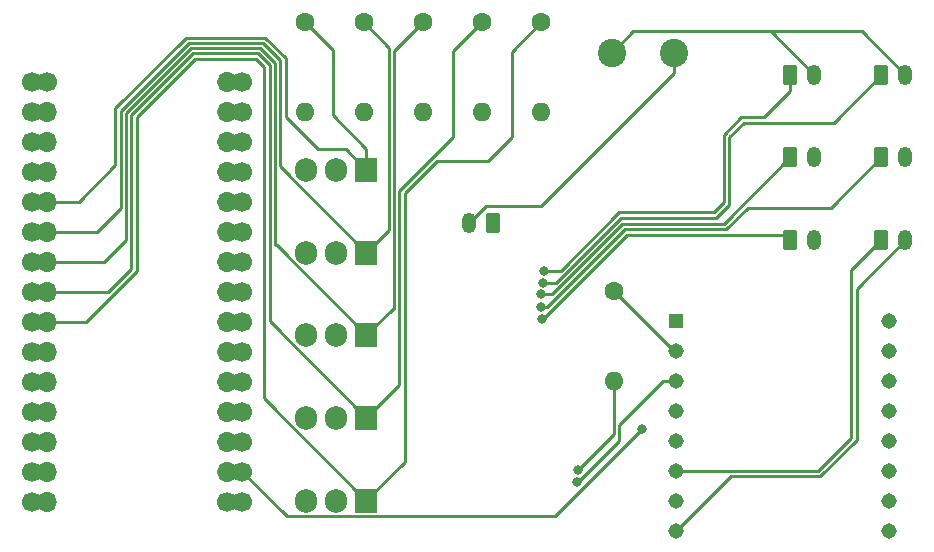
<source format=gbr>
%TF.GenerationSoftware,KiCad,Pcbnew,(6.0.6)*%
%TF.CreationDate,2022-06-23T13:36:09-07:00*%
%TF.ProjectId,KnightPCB,4b6e6967-6874-4504-9342-2e6b69636164,rev?*%
%TF.SameCoordinates,Original*%
%TF.FileFunction,Copper,L2,Bot*%
%TF.FilePolarity,Positive*%
%FSLAX46Y46*%
G04 Gerber Fmt 4.6, Leading zero omitted, Abs format (unit mm)*
G04 Created by KiCad (PCBNEW (6.0.6)) date 2022-06-23 13:36:09*
%MOMM*%
%LPD*%
G01*
G04 APERTURE LIST*
G04 Aperture macros list*
%AMRoundRect*
0 Rectangle with rounded corners*
0 $1 Rounding radius*
0 $2 $3 $4 $5 $6 $7 $8 $9 X,Y pos of 4 corners*
0 Add a 4 corners polygon primitive as box body*
4,1,4,$2,$3,$4,$5,$6,$7,$8,$9,$2,$3,0*
0 Add four circle primitives for the rounded corners*
1,1,$1+$1,$2,$3*
1,1,$1+$1,$4,$5*
1,1,$1+$1,$6,$7*
1,1,$1+$1,$8,$9*
0 Add four rect primitives between the rounded corners*
20,1,$1+$1,$2,$3,$4,$5,0*
20,1,$1+$1,$4,$5,$6,$7,0*
20,1,$1+$1,$6,$7,$8,$9,0*
20,1,$1+$1,$8,$9,$2,$3,0*%
G04 Aperture macros list end*
%TA.AperFunction,ComponentPad*%
%ADD10RoundRect,0.250000X-0.350000X-0.625000X0.350000X-0.625000X0.350000X0.625000X-0.350000X0.625000X0*%
%TD*%
%TA.AperFunction,ComponentPad*%
%ADD11O,1.200000X1.750000*%
%TD*%
%TA.AperFunction,ComponentPad*%
%ADD12C,1.600000*%
%TD*%
%TA.AperFunction,ComponentPad*%
%ADD13O,1.600000X1.600000*%
%TD*%
%TA.AperFunction,ComponentPad*%
%ADD14R,1.308000X1.308000*%
%TD*%
%TA.AperFunction,ComponentPad*%
%ADD15C,1.308000*%
%TD*%
%TA.AperFunction,ComponentPad*%
%ADD16R,1.905000X2.000000*%
%TD*%
%TA.AperFunction,ComponentPad*%
%ADD17O,1.905000X2.000000*%
%TD*%
%TA.AperFunction,ComponentPad*%
%ADD18C,2.400000*%
%TD*%
%TA.AperFunction,ComponentPad*%
%ADD19C,1.700000*%
%TD*%
%TA.AperFunction,ComponentPad*%
%ADD20O,1.700000X1.700000*%
%TD*%
%TA.AperFunction,ComponentPad*%
%ADD21RoundRect,0.250000X0.350000X0.625000X-0.350000X0.625000X-0.350000X-0.625000X0.350000X-0.625000X0*%
%TD*%
%TA.AperFunction,ViaPad*%
%ADD22C,0.800000*%
%TD*%
%TA.AperFunction,Conductor*%
%ADD23C,0.250000*%
%TD*%
G04 APERTURE END LIST*
D10*
%TO.P,J6,1,Pin_1*%
%TO.N,Net-(J6-Pad1)*%
X130400000Y-55050000D03*
D11*
%TO.P,J6,2,Pin_2*%
%TO.N,Net-(J6-Pad2)*%
X132400000Y-55050000D03*
%TD*%
D10*
%TO.P,J5,1,Pin_1*%
%TO.N,Net-(J5-Pad1)*%
X122700000Y-41050000D03*
D11*
%TO.P,J5,2,Pin_2*%
%TO.N,Net-(A1-Pad15)*%
X124700000Y-41050000D03*
%TD*%
%TO.P,J4,2,Pin_2*%
%TO.N,Net-(A1-Pad15)*%
X132400000Y-41050000D03*
D10*
%TO.P,J4,1,Pin_1*%
%TO.N,Net-(J4-Pad1)*%
X130400000Y-41050000D03*
%TD*%
%TO.P,J3,1,Pin_1*%
%TO.N,Net-(J3-Pad1)*%
X122700000Y-48050000D03*
D11*
%TO.P,J3,2,Pin_2*%
%TO.N,Net-(A1-Pad15)*%
X124700000Y-48050000D03*
%TD*%
%TO.P,J2,2,Pin_2*%
%TO.N,Net-(A1-Pad15)*%
X132400000Y-48050000D03*
D10*
%TO.P,J2,1,Pin_1*%
%TO.N,Net-(J2-Pad1)*%
X130400000Y-48050000D03*
%TD*%
%TO.P,J1,1,Pin_1*%
%TO.N,Net-(J1-Pad1)*%
X122700000Y-55050000D03*
D11*
%TO.P,J1,2,Pin_2*%
%TO.N,Net-(A1-Pad15)*%
X124700000Y-55050000D03*
%TD*%
D12*
%TO.P,R10,1*%
%TO.N,Net-(R10-Pad1)*%
X107750000Y-59380000D03*
D13*
%TO.P,R10,2*%
%TO.N,Net-(A1-Pad16)*%
X107750000Y-67000000D03*
%TD*%
D12*
%TO.P,R2,1*%
%TO.N,Net-(A1-Pad23)*%
X96567500Y-36615000D03*
D13*
%TO.P,R2,2*%
%TO.N,GND*%
X96567500Y-44235000D03*
%TD*%
D14*
%TO.P,U1,1,VCC*%
%TO.N,Net-(A1-Pad2)*%
X113015500Y-61910000D03*
D15*
%TO.P,U1,2,RX*%
%TO.N,Net-(R10-Pad1)*%
X113015500Y-64450000D03*
%TO.P,U1,3,TX*%
%TO.N,Net-(A1-Pad17)*%
X113015500Y-66990000D03*
%TO.P,U1,4,DAC_R*%
%TO.N,unconnected-(U1-Pad4)*%
X113015500Y-69530000D03*
%TO.P,U1,5,DAC_L*%
%TO.N,unconnected-(U1-Pad5)*%
X113015500Y-72070000D03*
%TO.P,U1,6,SPK1*%
%TO.N,Net-(J6-Pad1)*%
X113015500Y-74610000D03*
%TO.P,U1,7,GND*%
%TO.N,GND*%
X113015500Y-77150000D03*
%TO.P,U1,8,SPK2*%
%TO.N,Net-(J6-Pad2)*%
X113015500Y-79690000D03*
%TO.P,U1,9,IO1*%
%TO.N,unconnected-(U1-Pad9)*%
X131049500Y-79690000D03*
%TO.P,U1,10,GND*%
%TO.N,GND*%
X131049500Y-77150000D03*
%TO.P,U1,11,IO2*%
%TO.N,unconnected-(U1-Pad11)*%
X131049500Y-74610000D03*
%TO.P,U1,12,ADKEY1*%
%TO.N,unconnected-(U1-Pad12)*%
X131049500Y-72070000D03*
%TO.P,U1,13,ADKEY2*%
%TO.N,unconnected-(U1-Pad13)*%
X131049500Y-69530000D03*
%TO.P,U1,14,USB+*%
%TO.N,unconnected-(U1-Pad14)*%
X131049500Y-66990000D03*
%TO.P,U1,15,USB-*%
%TO.N,unconnected-(U1-Pad15)*%
X131049500Y-64450000D03*
%TO.P,U1,16,BUSY*%
%TO.N,unconnected-(U1-Pad16)*%
X131049500Y-61910000D03*
%TD*%
D16*
%TO.P,Q1,1,G*%
%TO.N,Net-(A1-Pad24)*%
X86800000Y-77105000D03*
D17*
%TO.P,Q1,2,D*%
%TO.N,Net-(J1-Pad1)*%
X84260000Y-77105000D03*
%TO.P,Q1,3,S*%
%TO.N,GND*%
X81720000Y-77105000D03*
%TD*%
D12*
%TO.P,R3,1*%
%TO.N,Net-(A1-Pad22)*%
X91567500Y-36615000D03*
D13*
%TO.P,R3,2*%
%TO.N,GND*%
X91567500Y-44235000D03*
%TD*%
D12*
%TO.P,R4,1*%
%TO.N,Net-(A1-Pad21)*%
X86567500Y-36615000D03*
D13*
%TO.P,R4,2*%
%TO.N,GND*%
X86567500Y-44235000D03*
%TD*%
D12*
%TO.P,R5,1*%
%TO.N,Net-(A1-Pad20)*%
X81567500Y-36615000D03*
D13*
%TO.P,R5,2*%
%TO.N,GND*%
X81567500Y-44235000D03*
%TD*%
D16*
%TO.P,Q5,1,G*%
%TO.N,Net-(A1-Pad20)*%
X86800000Y-49105000D03*
D17*
%TO.P,Q5,2,D*%
%TO.N,Net-(J5-Pad1)*%
X84260000Y-49105000D03*
%TO.P,Q5,3,S*%
%TO.N,GND*%
X81720000Y-49105000D03*
%TD*%
D16*
%TO.P,Q3,1,G*%
%TO.N,Net-(A1-Pad22)*%
X86800000Y-63105000D03*
D17*
%TO.P,Q3,2,D*%
%TO.N,Net-(J3-Pad1)*%
X84260000Y-63105000D03*
%TO.P,Q3,3,S*%
%TO.N,GND*%
X81720000Y-63105000D03*
%TD*%
D12*
%TO.P,R1,1*%
%TO.N,Net-(A1-Pad24)*%
X101567500Y-36615000D03*
D13*
%TO.P,R1,2*%
%TO.N,GND*%
X101567500Y-44235000D03*
%TD*%
D18*
%TO.P,SW1,1,A*%
%TO.N,+12V*%
X112850000Y-39200000D03*
%TO.P,SW1,2,B*%
%TO.N,Net-(A1-Pad15)*%
X107550000Y-39200000D03*
%TD*%
D19*
%TO.P,A1,1,D13~*%
%TO.N,unconnected-(A1-Pad1)*%
X76290000Y-77205000D03*
X75020000Y-77205000D03*
D20*
%TO.P,A1,2,+3V3*%
%TO.N,Net-(A1-Pad2)*%
X75020000Y-74665000D03*
D19*
X76290000Y-74665000D03*
D20*
%TO.P,A1,3,AREF*%
%TO.N,unconnected-(A1-Pad3)*%
X75020000Y-72125000D03*
D19*
X76290000Y-72125000D03*
D20*
%TO.P,A1,4,A0*%
%TO.N,unconnected-(A1-Pad4)*%
X75020000Y-69585000D03*
D19*
X76290000Y-69585000D03*
D20*
%TO.P,A1,5,A1*%
%TO.N,unconnected-(A1-Pad5)*%
X75020000Y-67045000D03*
D19*
X76290000Y-67045000D03*
D20*
%TO.P,A1,6,A2*%
%TO.N,unconnected-(A1-Pad6)*%
X75020000Y-64505000D03*
D19*
X76290000Y-64505000D03*
D20*
%TO.P,A1,7,A3*%
%TO.N,unconnected-(A1-Pad7)*%
X75020000Y-61965000D03*
D19*
X76290000Y-61965000D03*
D20*
%TO.P,A1,8,A4*%
%TO.N,unconnected-(A1-Pad8)*%
X75020000Y-59425000D03*
D19*
X76290000Y-59425000D03*
%TO.P,A1,9,A5*%
%TO.N,unconnected-(A1-Pad9)*%
X76290000Y-56885000D03*
D20*
X75020000Y-56885000D03*
%TO.P,A1,10,A6*%
%TO.N,unconnected-(A1-Pad10)*%
X75020000Y-54345000D03*
D19*
X76290000Y-54345000D03*
D20*
%TO.P,A1,11,A7*%
%TO.N,unconnected-(A1-Pad11)*%
X75020000Y-51805000D03*
D19*
X76290000Y-51805000D03*
%TO.P,A1,12,+5V*%
%TO.N,unconnected-(A1-Pad12)*%
X76290000Y-49265000D03*
D20*
X75020000Y-49265000D03*
%TO.P,A1,13,RESET*%
%TO.N,unconnected-(A1-Pad13)*%
X75020000Y-46725000D03*
D19*
X76290000Y-46725000D03*
D20*
%TO.P,A1,14,GND*%
%TO.N,GND*%
X75020000Y-44185000D03*
D19*
X76290000Y-44185000D03*
%TO.P,A1,15,VIN*%
%TO.N,Net-(A1-Pad15)*%
X76290000Y-41645000D03*
D20*
X75020000Y-41645000D03*
D19*
%TO.P,A1,16,TX*%
%TO.N,Net-(A1-Pad16)*%
X58510000Y-41645000D03*
X59780000Y-41645000D03*
%TO.P,A1,17,RX*%
%TO.N,Net-(A1-Pad17)*%
X58510000Y-44185000D03*
D20*
X59780000Y-44185000D03*
D19*
%TO.P,A1,18,RESET*%
%TO.N,unconnected-(A1-Pad18)*%
X58510000Y-46725000D03*
D20*
X59780000Y-46725000D03*
D19*
%TO.P,A1,19,GND*%
%TO.N,GND*%
X58510000Y-49265000D03*
D20*
X59780000Y-49265000D03*
D19*
%TO.P,A1,20,~D2*%
%TO.N,Net-(A1-Pad20)*%
X58510000Y-51805000D03*
D20*
X59780000Y-51805000D03*
D19*
%TO.P,A1,21,~D3*%
%TO.N,Net-(A1-Pad21)*%
X58510000Y-54345000D03*
D20*
X59780000Y-54345000D03*
%TO.P,A1,22,~D4*%
%TO.N,Net-(A1-Pad22)*%
X59780000Y-56885000D03*
D19*
X58510000Y-56885000D03*
%TO.P,A1,23,~D5*%
%TO.N,Net-(A1-Pad23)*%
X58510000Y-59425000D03*
D20*
X59780000Y-59425000D03*
%TO.P,A1,24,~D6*%
%TO.N,Net-(A1-Pad24)*%
X59780000Y-61965000D03*
D19*
X58510000Y-61965000D03*
%TO.P,A1,25,~D7*%
%TO.N,unconnected-(A1-Pad25)*%
X58510000Y-64505000D03*
D20*
X59780000Y-64505000D03*
D19*
%TO.P,A1,26,~D8*%
%TO.N,unconnected-(A1-Pad26)*%
X58510000Y-67045000D03*
D20*
X59780000Y-67045000D03*
%TO.P,A1,27,~D9*%
%TO.N,unconnected-(A1-Pad27)*%
X59780000Y-69585000D03*
D19*
X58510000Y-69585000D03*
%TO.P,A1,28,~D10*%
%TO.N,unconnected-(A1-Pad28)*%
X58510000Y-72125000D03*
D20*
X59780000Y-72125000D03*
D19*
%TO.P,A1,29,CIPI*%
%TO.N,unconnected-(A1-Pad29)*%
X58510000Y-74665000D03*
D20*
X59780000Y-74665000D03*
%TO.P,A1,30,CIPO*%
%TO.N,unconnected-(A1-Pad30)*%
X59780000Y-77205000D03*
D19*
X58510000Y-77205000D03*
%TD*%
D16*
%TO.P,Q4,1,G*%
%TO.N,Net-(A1-Pad21)*%
X86800000Y-56105000D03*
D17*
%TO.P,Q4,2,D*%
%TO.N,Net-(J4-Pad1)*%
X84260000Y-56105000D03*
%TO.P,Q4,3,S*%
%TO.N,GND*%
X81720000Y-56105000D03*
%TD*%
D16*
%TO.P,Q2,1,G*%
%TO.N,Net-(A1-Pad23)*%
X86800000Y-70105000D03*
D17*
%TO.P,Q2,2,D*%
%TO.N,Net-(J2-Pad1)*%
X84260000Y-70105000D03*
%TO.P,Q2,3,S*%
%TO.N,GND*%
X81720000Y-70105000D03*
%TD*%
D21*
%TO.P,J0+12v1,1,Pin_1*%
%TO.N,GND*%
X97500000Y-53600000D03*
D11*
%TO.P,J0+12v1,2,Pin_2*%
%TO.N,+12V*%
X95500000Y-53600000D03*
%TD*%
D22*
%TO.N,Net-(J3-Pad1)*%
X101550000Y-59650000D03*
%TO.N,Net-(J1-Pad1)*%
X101682098Y-61690735D03*
%TO.N,Net-(J2-Pad1)*%
X101550000Y-60700000D03*
%TO.N,Net-(J4-Pad1)*%
X101781232Y-58647134D03*
%TO.N,Net-(J5-Pad1)*%
X101850000Y-57650000D03*
%TO.N,Net-(A1-Pad2)*%
X110150000Y-71050000D03*
%TO.N,Net-(A1-Pad16)*%
X104700000Y-74500000D03*
%TO.N,Net-(A1-Pad17)*%
X104659064Y-75515535D03*
%TD*%
D23*
%TO.N,Net-(J3-Pad1)*%
X117050000Y-53700000D02*
X122700000Y-48050000D01*
X102522792Y-59650000D02*
X108472792Y-53700000D01*
X101550000Y-59650000D02*
X102522792Y-59650000D01*
X108472792Y-53700000D02*
X117050000Y-53700000D01*
%TO.N,Net-(J1-Pad1)*%
X101682098Y-61690735D02*
X101754849Y-61690735D01*
X101754849Y-61690735D02*
X108845584Y-54600000D01*
X108845584Y-54600000D02*
X122250000Y-54600000D01*
X122250000Y-54600000D02*
X122700000Y-55050000D01*
%TO.N,Net-(J4-Pad1)*%
X117500000Y-46336396D02*
X118736396Y-45100000D01*
X118736396Y-45100000D02*
X126350000Y-45100000D01*
X117500000Y-52036396D02*
X117500000Y-46336396D01*
X116386396Y-53150000D02*
X117500000Y-52036396D01*
X126350000Y-45100000D02*
X130400000Y-41050000D01*
X102889262Y-58647134D02*
X108386396Y-53150000D01*
X101781232Y-58647134D02*
X102889262Y-58647134D01*
X108386396Y-53150000D02*
X116386396Y-53150000D01*
%TO.N,Net-(J5-Pad1)*%
X116200000Y-52700000D02*
X117050000Y-51850000D01*
X116000000Y-52700000D02*
X116200000Y-52700000D01*
%TO.N,Net-(J2-Pad1)*%
X119093198Y-52293198D02*
X126156802Y-52293198D01*
X117236396Y-54150000D02*
X119093198Y-52293198D01*
X108659188Y-54150000D02*
X117236396Y-54150000D01*
X101550000Y-60700000D02*
X102109188Y-60700000D01*
X126156802Y-52293198D02*
X130400000Y-48050000D01*
X102109188Y-60700000D02*
X108659188Y-54150000D01*
%TO.N,Net-(J5-Pad1)*%
X122700000Y-42450000D02*
X122700000Y-41050000D01*
X120500000Y-44650000D02*
X122700000Y-42450000D01*
X117050000Y-46150000D02*
X118550000Y-44650000D01*
X117050000Y-51850000D02*
X117050000Y-46150000D01*
X108200000Y-52700000D02*
X116000000Y-52700000D01*
X103250000Y-57650000D02*
X108200000Y-52700000D01*
X101850000Y-57650000D02*
X103250000Y-57650000D01*
X118550000Y-44650000D02*
X120500000Y-44650000D01*
%TO.N,Net-(A1-Pad15)*%
X128730714Y-37380714D02*
X109369286Y-37380714D01*
X132400000Y-41050000D02*
X128730714Y-37380714D01*
X121030714Y-37380714D02*
X109369286Y-37380714D01*
X124700000Y-41050000D02*
X121030714Y-37380714D01*
X107550000Y-39200000D02*
X109369286Y-37380714D01*
%TO.N,Net-(J6-Pad2)*%
X128300000Y-59150000D02*
X132400000Y-55050000D01*
X128300000Y-71986396D02*
X128300000Y-59150000D01*
X117645500Y-75060000D02*
X125226396Y-75060000D01*
X125226396Y-75060000D02*
X128300000Y-71986396D01*
X113015500Y-79690000D02*
X117645500Y-75060000D01*
%TO.N,Net-(J6-Pad1)*%
X127850000Y-57600000D02*
X130400000Y-55050000D01*
X127850000Y-71800000D02*
X127850000Y-57600000D01*
X125040000Y-74610000D02*
X127850000Y-71800000D01*
X113015500Y-74610000D02*
X125040000Y-74610000D01*
%TO.N,Net-(A1-Pad2)*%
X88350000Y-78450000D02*
X102750000Y-78450000D01*
X76290000Y-74665000D02*
X80075000Y-78450000D01*
X102750000Y-78450000D02*
X110150000Y-71050000D01*
X80075000Y-78450000D02*
X88350000Y-78450000D01*
%TO.N,Net-(A1-Pad16)*%
X107750000Y-71450000D02*
X107750000Y-67000000D01*
X104700000Y-74500000D02*
X107750000Y-71450000D01*
%TO.N,+12V*%
X96907890Y-52192110D02*
X95500000Y-53600000D01*
X112850000Y-39200000D02*
X112850000Y-40897056D01*
X101554946Y-52192110D02*
X96907890Y-52192110D01*
X112850000Y-40897056D02*
X101554946Y-52192110D01*
%TO.N,Net-(A1-Pad23)*%
X78600000Y-61905000D02*
X78600000Y-40213604D01*
X94150000Y-39032500D02*
X96567500Y-36615000D01*
X72113604Y-39250000D02*
X66900000Y-44463604D01*
X64938604Y-59425000D02*
X59780000Y-59425000D01*
X66900000Y-57463604D02*
X64938604Y-59425000D01*
X77636396Y-39250000D02*
X72113604Y-39250000D01*
X66900000Y-44463604D02*
X66900000Y-57463604D01*
X94150000Y-46313604D02*
X94150000Y-39032500D01*
X86800000Y-70105000D02*
X89600000Y-67305000D01*
X86800000Y-70105000D02*
X78600000Y-61905000D01*
X89600000Y-67305000D02*
X89600000Y-50863604D01*
X89600000Y-50863604D02*
X94150000Y-46313604D01*
X78600000Y-40213604D02*
X77636396Y-39250000D01*
%TO.N,Net-(A1-Pad22)*%
X89100000Y-60850000D02*
X89150000Y-60800000D01*
X89150000Y-60800000D02*
X89150000Y-39032500D01*
X86800000Y-63105000D02*
X86800000Y-63057500D01*
X77822792Y-38800000D02*
X71927208Y-38800000D01*
X89150000Y-39032500D02*
X91567500Y-36615000D01*
X86800000Y-63105000D02*
X89055000Y-60850000D01*
X79242500Y-55500000D02*
X79100000Y-55500000D01*
X64615000Y-56885000D02*
X59780000Y-56885000D01*
X71927208Y-38800000D02*
X66450000Y-44277208D01*
X66450000Y-55050000D02*
X64615000Y-56885000D01*
X86800000Y-63057500D02*
X79242500Y-55500000D01*
X79050000Y-55450000D02*
X79050000Y-40027208D01*
X89055000Y-60850000D02*
X89100000Y-60850000D01*
X79100000Y-55500000D02*
X79050000Y-55450000D01*
X66450000Y-44277208D02*
X66450000Y-55050000D01*
X79050000Y-40027208D02*
X77822792Y-38800000D01*
%TO.N,Net-(A1-Pad21)*%
X88700000Y-54205000D02*
X88700000Y-38747500D01*
X79500000Y-39840812D02*
X78009188Y-38350000D01*
X63955000Y-54345000D02*
X59780000Y-54345000D01*
X66000000Y-52300000D02*
X63955000Y-54345000D01*
X86800000Y-56105000D02*
X79500000Y-48805000D01*
X78009188Y-38350000D02*
X71740812Y-38350000D01*
X79500000Y-48805000D02*
X79500000Y-39840812D01*
X71740812Y-38350000D02*
X66000000Y-44090812D01*
X88700000Y-38747500D02*
X86567500Y-36615000D01*
X86800000Y-56105000D02*
X88700000Y-54205000D01*
X66000000Y-44090812D02*
X66000000Y-52300000D01*
%TO.N,Net-(A1-Pad20)*%
X86800000Y-49105000D02*
X85072135Y-47377135D01*
X86800000Y-47350000D02*
X83950000Y-44500000D01*
X83950000Y-44500000D02*
X83950000Y-38997500D01*
X62445000Y-51805000D02*
X59780000Y-51805000D01*
X85072135Y-47377135D02*
X82665001Y-47377135D01*
X65550000Y-48700000D02*
X62445000Y-51805000D01*
X79950000Y-44662134D02*
X79950000Y-39654416D01*
X65550000Y-43904416D02*
X65550000Y-48700000D01*
X79950000Y-39654416D02*
X78195584Y-37900000D01*
X71554416Y-37900000D02*
X65550000Y-43904416D01*
X82665001Y-47377135D02*
X79950000Y-44662134D01*
X83950000Y-38997500D02*
X81567500Y-36615000D01*
X78195584Y-37900000D02*
X71554416Y-37900000D01*
X86800000Y-49105000D02*
X86800000Y-47350000D01*
%TO.N,Net-(A1-Pad24)*%
X67350000Y-44650000D02*
X67350000Y-57650000D01*
X77450000Y-39700000D02*
X72300000Y-39700000D01*
X63035000Y-61965000D02*
X59780000Y-61965000D01*
X97100000Y-48350000D02*
X99100000Y-46350000D01*
X90050000Y-73800000D02*
X90050000Y-51050000D01*
X78150000Y-40400000D02*
X77450000Y-39700000D01*
X72300000Y-39700000D02*
X67350000Y-44650000D01*
X90050000Y-51050000D02*
X92750000Y-48350000D01*
X92750000Y-48350000D02*
X97100000Y-48350000D01*
X67350000Y-57650000D02*
X63035000Y-61965000D01*
X86800000Y-77105000D02*
X86800000Y-77050000D01*
X86800000Y-77105000D02*
X78150000Y-68455000D01*
X86800000Y-77050000D02*
X90050000Y-73800000D01*
X99100000Y-46350000D02*
X99100000Y-39082500D01*
X78150000Y-68455000D02*
X78150000Y-40400000D01*
X99100000Y-39082500D02*
X101567500Y-36615000D01*
%TO.N,Net-(A1-Pad17)*%
X104659064Y-75515535D02*
X104709770Y-75515535D01*
X108200000Y-72025305D02*
X108200000Y-70700000D01*
X108200000Y-70700000D02*
X111910000Y-66990000D01*
X111910000Y-66990000D02*
X113015500Y-66990000D01*
X104709770Y-75515535D02*
X108200000Y-72025305D01*
%TO.N,Net-(R10-Pad1)*%
X107750000Y-59380000D02*
X112820000Y-64450000D01*
X112820000Y-64450000D02*
X113015500Y-64450000D01*
%TD*%
M02*

</source>
